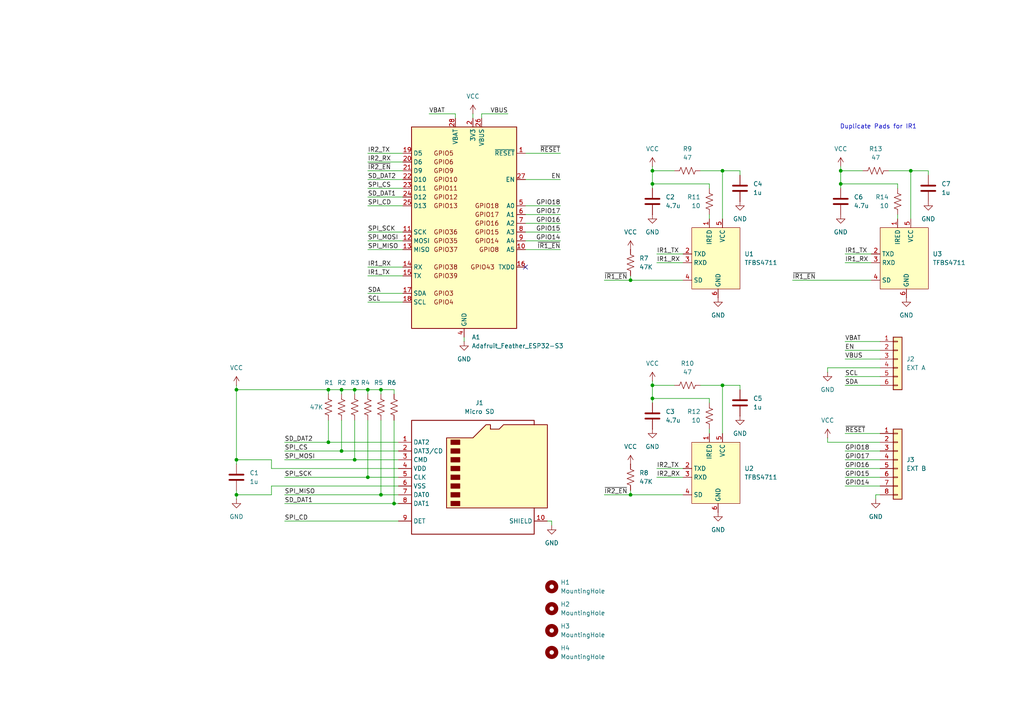
<source format=kicad_sch>
(kicad_sch (version 20231120) (generator "eeschema") (generator_version "8.0")
  (paper "A4")
  (lib_symbols
    (symbol "Connector:Micro_SD_Card_Det1"
      (property "Reference" "J" (at -16.51 17.78 0))
      (property "Value" "Micro_SD_Card_Det1" (at 16.51 17.78 0))
      (symbol "Micro_SD_Card_Det1_0_1"
        (rectangle (start -7.62 -6.985) (end -5.08 -8.255) (stroke (width 0.254)) (fill (type outline)))
        (rectangle (start -7.62 -4.445) (end -5.08 -5.715) (stroke (width 0.254)) (fill (type outline)))
        (rectangle (start -7.62 -1.905) (end -5.08 -3.175) (stroke (width 0.254)) (fill (type outline)))
        (rectangle (start -7.62 0.635) (end -5.08 -0.635) (stroke (width 0.254)) (fill (type outline)))
        (rectangle (start -7.62 3.175) (end -5.08 1.905) (stroke (width 0.254)) (fill (type outline)))
        (rectangle (start -7.62 5.715) (end -5.08 4.445) (stroke (width 0.254)) (fill (type outline)))
        (rectangle (start -7.62 8.255) (end -5.08 6.985) (stroke (width 0.254)) (fill (type outline)))
        (rectangle (start -7.62 10.795) (end -5.08 9.525) (stroke (width 0.254)) (fill (type outline)))
        (polyline (pts (xy 16.51 15.24) (xy 16.51 16.51) (xy -19.05 16.51) (xy -19.05 -16.51) (xy 16.51 -16.51) (xy 16.51 -8.89)) (stroke (width 0.254)))
        (polyline (pts (xy -8.89 -8.89) (xy -8.89 11.43) (xy -1.27 11.43) (xy 2.54 15.24) (xy 3.81 15.24) (xy 3.81 13.97) (xy 6.35 13.97) (xy 7.62 15.24) (xy 20.32 15.24) (xy 20.32 -8.89) (xy -8.89 -8.89)) (stroke (width 0.254)) (fill (type background)))
      )
      (symbol "Micro_SD_Card_Det1_1_1"
        (pin bidirectional line (at -22.86 10.16 0) (length 3.81) (name "DAT2") (number "1"))
        (pin passive line (at 20.32 -12.7 180) (length 3.81) (name "SHIELD") (number "10"))
        (pin bidirectional line (at -22.86 7.62 0) (length 3.81) (name "DAT3/CD") (number "2"))
        (pin input line (at -22.86 5.08 0) (length 3.81) (name "CMD") (number "3"))
        (pin power_in line (at -22.86 2.54 0) (length 3.81) (name "VDD") (number "4"))
        (pin input line (at -22.86 0 0) (length 3.81) (name "CLK") (number "5"))
        (pin power_in line (at -22.86 -2.54 0) (length 3.81) (name "VSS") (number "6"))
        (pin bidirectional line (at -22.86 -5.08 0) (length 3.81) (name "DAT0") (number "7"))
        (pin bidirectional line (at -22.86 -7.62 0) (length 3.81) (name "DAT1") (number "8"))
        (pin passive line (at -22.86 -12.7 0) (length 3.81) (name "DET") (number "9"))
      )
    )
    (symbol "Connector_Generic:Conn_01x06" (pin_names (offset 1.016) hide)
      (property "Reference" "J" (at 0 7.62 0))
      (property "Value" "Conn_01x06" (at 0 -10.16 0))
      (symbol "Conn_01x06_1_1"
        (rectangle (start -1.27 -7.493) (end 0 -7.747) (stroke (width 0.1524)))
        (rectangle (start -1.27 -4.953) (end 0 -5.207) (stroke (width 0.1524)))
        (rectangle (start -1.27 -2.413) (end 0 -2.667) (stroke (width 0.1524)))
        (rectangle (start -1.27 0.127) (end 0 -0.127) (stroke (width 0.1524)))
        (rectangle (start -1.27 2.667) (end 0 2.413) (stroke (width 0.1524)))
        (rectangle (start -1.27 5.207) (end 0 4.953) (stroke (width 0.1524)))
        (rectangle (start -1.27 6.35) (end 1.27 -8.89) (stroke (width 0.254)) (fill (type background)))
        (pin passive line (at -5.08 5.08 0) (length 3.81) (name "Pin_1") (number "1"))
        (pin passive line (at -5.08 2.54 0) (length 3.81) (name "Pin_2") (number "2"))
        (pin passive line (at -5.08 0 0) (length 3.81) (name "Pin_3") (number "3"))
        (pin passive line (at -5.08 -2.54 0) (length 3.81) (name "Pin_4") (number "4"))
        (pin passive line (at -5.08 -5.08 0) (length 3.81) (name "Pin_5") (number "5"))
        (pin passive line (at -5.08 -7.62 0) (length 3.81) (name "Pin_6") (number "6"))
      )
    )
    (symbol "Connector_Generic:Conn_01x08" (pin_names (offset 1.016) hide)
      (property "Reference" "J" (at 0 10.16 0))
      (property "Value" "Conn_01x08" (at 0 -12.7 0))
      (symbol "Conn_01x08_1_1"
        (rectangle (start -1.27 -10.033) (end 0 -10.287) (stroke (width 0.1524)))
        (rectangle (start -1.27 -7.493) (end 0 -7.747) (stroke (width 0.1524)))
        (rectangle (start -1.27 -4.953) (end 0 -5.207) (stroke (width 0.1524)))
        (rectangle (start -1.27 -2.413) (end 0 -2.667) (stroke (width 0.1524)))
        (rectangle (start -1.27 0.127) (end 0 -0.127) (stroke (width 0.1524)))
        (rectangle (start -1.27 2.667) (end 0 2.413) (stroke (width 0.1524)))
        (rectangle (start -1.27 5.207) (end 0 4.953) (stroke (width 0.1524)))
        (rectangle (start -1.27 7.747) (end 0 7.493) (stroke (width 0.1524)))
        (rectangle (start -1.27 8.89) (end 1.27 -11.43) (stroke (width 0.254)) (fill (type background)))
        (pin passive line (at -5.08 7.62 0) (length 3.81) (name "Pin_1") (number "1"))
        (pin passive line (at -5.08 5.08 0) (length 3.81) (name "Pin_2") (number "2"))
        (pin passive line (at -5.08 2.54 0) (length 3.81) (name "Pin_3") (number "3"))
        (pin passive line (at -5.08 0 0) (length 3.81) (name "Pin_4") (number "4"))
        (pin passive line (at -5.08 -2.54 0) (length 3.81) (name "Pin_5") (number "5"))
        (pin passive line (at -5.08 -5.08 0) (length 3.81) (name "Pin_6") (number "6"))
        (pin passive line (at -5.08 -7.62 0) (length 3.81) (name "Pin_7") (number "7"))
        (pin passive line (at -5.08 -10.16 0) (length 3.81) (name "Pin_8") (number "8"))
      )
    )
    (symbol "Device:C" (pin_numbers hide) (pin_names (offset 0.254))
      (property "Reference" "C" (at 0.635 2.54 0))
      (property "Value" "C" (at 0.635 -2.54 0))
      (symbol "C_0_1"
        (polyline (pts (xy -2.032 -0.762) (xy 2.032 -0.762)) (stroke (width 0.508)))
        (polyline (pts (xy -2.032 0.762) (xy 2.032 0.762)) (stroke (width 0.508)))
      )
      (symbol "C_1_1"
        (pin passive line (at 0 3.81 270) (length 2.794) (name "~") (number "1"))
        (pin passive line (at 0 -3.81 90) (length 2.794) (name "~") (number "2"))
      )
    )
    (symbol "Device:R_US" (pin_numbers hide) (pin_names (offset 0))
      (property "Reference" "R" (at 2.54 0 90))
      (property "Value" "R_US" (at -2.54 0 90))
      (symbol "R_US_0_1"
        (polyline (pts (xy 0 -2.286) (xy 0 -2.54)))
        (polyline (pts (xy 0 2.286) (xy 0 2.54)))
        (polyline (pts (xy 0 -0.762) (xy 1.016 -1.143) (xy 0 -1.524) (xy -1.016 -1.905) (xy 0 -2.286)))
        (polyline (pts (xy 0 0.762) (xy 1.016 0.381) (xy 0 0) (xy -1.016 -0.381) (xy 0 -0.762)))
        (polyline (pts (xy 0 2.286) (xy 1.016 1.905) (xy 0 1.524) (xy -1.016 1.143) (xy 0 0.762)))
      )
      (symbol "R_US_1_1"
        (pin passive line (at 0 3.81 270) (length 1.27) (name "~") (number "1"))
        (pin passive line (at 0 -3.81 90) (length 1.27) (name "~") (number "2"))
      )
    )
    (symbol "Mechanical:MountingHole" (pin_names (offset 1.016)) (exclude_from_sim yes) (in_bom no)
      (property "Reference" "H" (at 0 5.08 0))
      (property "Value" "MountingHole" (at 0 3.175 0))
      (symbol "MountingHole_0_1"
        (circle (center 0 0) (radius 1.27) (stroke (width 1.27)))
      )
    )
    (symbol "custom8:Adafruit_Feather_ESP32-S3"
      (property "Reference" "A" (at -15.24 29.21 0))
      (property "Value" "Adafruit_Feather_ESP32-S3" (at 2.54 -31.75 0))
      (symbol "Adafruit_Feather_ESP32-S3_0_1"
        (rectangle (start -15.24 27.94) (end 15.24 -30.48) (stroke (width 0.254)) (fill (type background)))
      )
      (symbol "Adafruit_Feather_ESP32-S3_1_1"
        (text "GPIO10" (at -8.89 12.7 0) (effects (font (size 1.27 1.27)) (justify left)))
        (text "GPIO11" (at -8.89 10.16 0) (effects (font (size 1.27 1.27)) (justify left)))
        (text "GPIO12" (at -8.89 7.62 0) (effects (font (size 1.27 1.27)) (justify left)))
        (text "GPIO13" (at -8.89 5.08 0) (effects (font (size 1.27 1.27)) (justify left)))
        (text "GPIO14" (at 10.16 -5.08 0) (effects (font (size 1.27 1.27)) (justify right)))
        (text "GPIO15" (at 10.16 -2.54 0) (effects (font (size 1.27 1.27)) (justify right)))
        (text "GPIO16" (at 10.16 0 0) (effects (font (size 1.27 1.27)) (justify right)))
        (text "GPIO17" (at 10.16 2.54 0) (effects (font (size 1.27 1.27)) (justify right)))
        (text "GPIO18" (at 10.16 5.08 0) (effects (font (size 1.27 1.27)) (justify right)))
        (text "GPIO3" (at -8.89 -20.32 0) (effects (font (size 1.27 1.27)) (justify left)))
        (text "GPIO35" (at -8.89 -5.08 0) (effects (font (size 1.27 1.27)) (justify left)))
        (text "GPIO36" (at -8.89 -2.54 0) (effects (font (size 1.27 1.27)) (justify left)))
        (text "GPIO37" (at -8.89 -7.62 0) (effects (font (size 1.27 1.27)) (justify left)))
        (text "GPIO38" (at -8.89 -12.7 0) (effects (font (size 1.27 1.27)) (justify left)))
        (text "GPIO39" (at -8.89 -15.24 0) (effects (font (size 1.27 1.27)) (justify left)))
        (text "GPIO4" (at -8.89 -22.86 0) (effects (font (size 1.27 1.27)) (justify left)))
        (text "GPIO43" (at 8.89 -12.7 0) (effects (font (size 1.27 1.27)) (justify right)))
        (text "GPIO5" (at -8.89 20.32 0) (effects (font (size 1.27 1.27)) (justify left)))
        (text "GPIO6" (at -8.89 17.78 0) (effects (font (size 1.27 1.27)) (justify left)))
        (text "GPIO8" (at 10.16 -7.62 0) (effects (font (size 1.27 1.27)) (justify right)))
        (text "GPIO9" (at -8.89 15.24 0) (effects (font (size 1.27 1.27)) (justify left)))
        (pin input line (at 17.78 20.32 180) (length 2.54) (name "~{RESET}") (number "1"))
        (pin bidirectional line (at 17.78 -7.62 180) (length 2.54) (name "A5") (number "10"))
        (pin bidirectional line (at -17.78 -2.54 0) (length 2.54) (name "SCK") (number "11"))
        (pin bidirectional line (at -17.78 -5.08 0) (length 2.54) (name "MOSI") (number "12"))
        (pin bidirectional line (at -17.78 -7.62 0) (length 2.54) (name "MISO") (number "13"))
        (pin bidirectional line (at -17.78 -12.7 0) (length 2.54) (name "RX") (number "14"))
        (pin bidirectional line (at -17.78 -15.24 0) (length 2.54) (name "TX") (number "15"))
        (pin output line (at 17.78 -12.7 180) (length 2.54) (name "TXD0") (number "16"))
        (pin bidirectional line (at -17.78 -20.32 0) (length 2.54) (name "SDA") (number "17"))
        (pin bidirectional line (at -17.78 -22.86 0) (length 2.54) (name "SCL") (number "18"))
        (pin bidirectional line (at -17.78 20.32 0) (length 2.54) (name "D5") (number "19"))
        (pin power_in line (at 2.54 30.48 270) (length 2.54) (name "3V3") (number "2"))
        (pin bidirectional line (at -17.78 17.78 0) (length 2.54) (name "D6") (number "20"))
        (pin bidirectional line (at -17.78 15.24 0) (length 2.54) (name "D9") (number "21"))
        (pin bidirectional line (at -17.78 12.7 0) (length 2.54) (name "D10") (number "22"))
        (pin bidirectional line (at -17.78 10.16 0) (length 2.54) (name "D11") (number "23"))
        (pin bidirectional line (at -17.78 7.62 0) (length 2.54) (name "D12") (number "24"))
        (pin bidirectional line (at -17.78 5.08 0) (length 2.54) (name "D13") (number "25"))
        (pin power_in line (at 5.08 30.48 270) (length 2.54) (name "VBUS") (number "26"))
        (pin input line (at 17.78 12.7 180) (length 2.54) (name "EN") (number "27"))
        (pin power_in line (at -2.54 30.48 270) (length 2.54) (name "VBAT") (number "28"))
        (pin power_in line (at 2.54 30.48 270) (length 2.54) hide (name "3V3") (number "3"))
        (pin power_in line (at 0 -33.02 90) (length 2.54) (name "GND") (number "4"))
        (pin bidirectional line (at 17.78 5.08 180) (length 2.54) (name "A0") (number "5"))
        (pin bidirectional line (at 17.78 2.54 180) (length 2.54) (name "A1") (number "6"))
        (pin bidirectional line (at 17.78 0 180) (length 2.54) (name "A2") (number "7"))
        (pin bidirectional line (at 17.78 -2.54 180) (length 2.54) (name "A3") (number "8"))
        (pin bidirectional line (at 17.78 -5.08 180) (length 2.54) (name "A4") (number "9"))
      )
    )
    (symbol "custom8:TFBS4711"
      (property "Reference" "U" (at 2.286 12.7 0))
      (property "Value" "TFBS4711" (at 2.54 10.414 0))
      (symbol "TFBS4711_1_1"
        (rectangle (start -7.62 8.89) (end 6.35 -8.89) (fill (type background)))
        (pin power_in line (at -2.54 11.43 270) (length 2.54) (name "IRED") (number "1"))
        (pin input line (at -10.16 1.27 0) (length 2.54) (name "TXD") (number "2"))
        (pin output line (at -10.16 -1.27 0) (length 2.54) (name "RXD") (number "3"))
        (pin input line (at -10.16 -6.35 0) (length 2.54) (name "SD") (number "4"))
        (pin power_in line (at 1.27 11.43 270) (length 2.54) (name "VCC") (number "5"))
        (pin power_in line (at 0 -11.43 90) (length 2.54) (name "GND") (number "6"))
      )
    )
    (symbol "power:GND" (power) (pin_numbers hide) (pin_names (offset 0) hide)
      (property "Value" "GND" (at 0 -3.81 0))
      (symbol "GND_0_1"
        (polyline (pts (xy 0 0) (xy 0 -1.27) (xy 1.27 -1.27) (xy 0 -2.54) (xy -1.27 -1.27) (xy 0 -1.27)))
      )
      (symbol "GND_1_1"
        (pin power_in line (at 0 0 270) (length 0) (name "~") (number "1"))
      )
    )
    (symbol "power:VCC" (power) (pin_numbers hide) (pin_names (offset 0) hide)
      (property "Value" "VCC" (at 0 3.556 0))
      (symbol "VCC_0_1"
        (polyline (pts (xy -0.762 1.27) (xy 0 2.54)))
        (polyline (pts (xy 0 0) (xy 0 2.54)))
        (polyline (pts (xy 0 2.54) (xy 0.762 1.27)))
      )
      (symbol "VCC_1_1"
        (pin power_in line (at 0 0 90) (length 0) (name "~") (number "1"))
      )
    )
  )
  (junction (at 68.58 113.03))
  (junction (at 102.87 133.35))
  (junction (at 102.87 113.03))
  (junction (at 243.84 49.53))
  (junction (at 68.58 143.51))
  (junction (at 95.25 128.27))
  (junction (at 182.88 81.28))
  (junction (at 110.49 113.03))
  (junction (at 189.23 115.57))
  (junction (at 243.84 53.34))
  (junction (at 209.55 111.76))
  (junction (at 99.06 130.81))
  (junction (at 264.16 49.53))
  (junction (at 106.68 138.43))
  (junction (at 68.58 133.35))
  (junction (at 209.55 49.53))
  (junction (at 189.23 111.76))
  (junction (at 114.3 146.05))
  (junction (at 95.25 113.03))
  (junction (at 189.23 49.53))
  (junction (at 182.88 143.51))
  (junction (at 99.06 113.03))
  (junction (at 110.49 143.51))
  (junction (at 189.23 53.34))
  (junction (at 106.68 113.03))
  (no_connect (at 152.4 77.47))
  (wire (pts (xy 78.74 140.97) (xy 115.57 140.97)))
  (wire (pts (xy 106.68 59.69) (xy 116.84 59.69)))
  (wire (pts (xy 255.27 133.35) (xy 245.11 133.35)))
  (wire (pts (xy 114.3 113.03) (xy 114.3 114.3)))
  (wire (pts (xy 264.16 63.5) (xy 264.16 49.53)))
  (wire (pts (xy 243.84 49.53) (xy 250.19 49.53)))
  (wire (pts (xy 209.55 125.73) (xy 209.55 111.76)))
  (wire (pts (xy 139.7 33.02) (xy 147.32 33.02)))
  (wire (pts (xy 255.27 138.43) (xy 245.11 138.43)))
  (wire (pts (xy 78.74 135.89) (xy 115.57 135.89)))
  (wire (pts (xy 243.84 53.34) (xy 260.35 53.34)))
  (wire (pts (xy 189.23 111.76) (xy 195.58 111.76)))
  (wire (pts (xy 106.68 72.39) (xy 116.84 72.39)))
  (wire (pts (xy 243.84 49.53) (xy 243.84 53.34)))
  (wire (pts (xy 68.58 133.35) (xy 78.74 133.35)))
  (wire (pts (xy 182.88 143.51) (xy 198.12 143.51)))
  (wire (pts (xy 240.03 128.27) (xy 255.27 128.27)))
  (wire (pts (xy 68.58 113.03) (xy 68.58 133.35)))
  (wire (pts (xy 139.7 34.29) (xy 139.7 33.02)))
  (wire (pts (xy 175.26 143.51) (xy 182.88 143.51)))
  (wire (pts (xy 152.4 64.77) (xy 162.56 64.77)))
  (wire (pts (xy 106.68 80.01) (xy 116.84 80.01)))
  (wire (pts (xy 160.02 152.4) (xy 160.02 151.13)))
  (wire (pts (xy 205.74 124.46) (xy 205.74 125.73)))
  (wire (pts (xy 182.88 142.24) (xy 182.88 143.51)))
  (wire (pts (xy 110.49 143.51) (xy 115.57 143.51)))
  (wire (pts (xy 190.5 76.2) (xy 198.12 76.2)))
  (wire (pts (xy 245.11 99.06) (xy 255.27 99.06)))
  (wire (pts (xy 260.35 62.23) (xy 260.35 63.5)))
  (wire (pts (xy 189.23 49.53) (xy 195.58 49.53)))
  (wire (pts (xy 99.06 130.81) (xy 115.57 130.81)))
  (wire (pts (xy 175.26 81.28) (xy 182.88 81.28)))
  (wire (pts (xy 152.4 62.23) (xy 162.56 62.23)))
  (wire (pts (xy 95.25 113.03) (xy 95.25 114.3)))
  (wire (pts (xy 102.87 113.03) (xy 106.68 113.03)))
  (wire (pts (xy 162.56 72.39) (xy 152.4 72.39)))
  (wire (pts (xy 82.55 146.05) (xy 114.3 146.05)))
  (wire (pts (xy 99.06 121.92) (xy 99.06 130.81)))
  (wire (pts (xy 106.68 113.03) (xy 110.49 113.03)))
  (wire (pts (xy 214.63 50.8) (xy 214.63 49.53)))
  (wire (pts (xy 106.68 52.07) (xy 116.84 52.07)))
  (wire (pts (xy 106.68 54.61) (xy 116.84 54.61)))
  (wire (pts (xy 205.74 53.34) (xy 205.74 54.61)))
  (wire (pts (xy 78.74 133.35) (xy 78.74 135.89)))
  (wire (pts (xy 106.68 113.03) (xy 106.68 114.3)))
  (wire (pts (xy 245.11 76.2) (xy 252.73 76.2)))
  (wire (pts (xy 68.58 143.51) (xy 78.74 143.51)))
  (wire (pts (xy 245.11 111.76) (xy 255.27 111.76)))
  (wire (pts (xy 106.68 85.09) (xy 116.84 85.09)))
  (wire (pts (xy 260.35 53.34) (xy 260.35 54.61)))
  (wire (pts (xy 106.68 77.47) (xy 116.84 77.47)))
  (wire (pts (xy 106.68 67.31) (xy 116.84 67.31)))
  (wire (pts (xy 106.68 69.85) (xy 116.84 69.85)))
  (wire (pts (xy 240.03 106.68) (xy 255.27 106.68)))
  (wire (pts (xy 189.23 53.34) (xy 205.74 53.34)))
  (wire (pts (xy 152.4 59.69) (xy 162.56 59.69)))
  (wire (pts (xy 243.84 54.61) (xy 243.84 53.34)))
  (wire (pts (xy 106.68 121.92) (xy 106.68 138.43)))
  (wire (pts (xy 269.24 50.8) (xy 269.24 49.53)))
  (wire (pts (xy 82.55 151.13) (xy 115.57 151.13)))
  (wire (pts (xy 137.16 33.02) (xy 137.16 34.29)))
  (wire (pts (xy 82.55 130.81) (xy 99.06 130.81)))
  (wire (pts (xy 245.11 109.22) (xy 255.27 109.22)))
  (wire (pts (xy 189.23 54.61) (xy 189.23 53.34)))
  (wire (pts (xy 110.49 113.03) (xy 114.3 113.03)))
  (wire (pts (xy 82.55 143.51) (xy 110.49 143.51)))
  (wire (pts (xy 106.68 46.99) (xy 116.84 46.99)))
  (wire (pts (xy 68.58 133.35) (xy 68.58 134.62)))
  (wire (pts (xy 160.02 151.13) (xy 158.75 151.13)))
  (wire (pts (xy 240.03 107.95) (xy 240.03 106.68)))
  (wire (pts (xy 205.74 62.23) (xy 205.74 63.5)))
  (wire (pts (xy 182.88 80.01) (xy 182.88 81.28)))
  (wire (pts (xy 152.4 69.85) (xy 162.56 69.85)))
  (wire (pts (xy 95.25 113.03) (xy 99.06 113.03)))
  (wire (pts (xy 189.23 115.57) (xy 205.74 115.57)))
  (wire (pts (xy 254 144.78) (xy 254 143.51)))
  (wire (pts (xy 203.2 111.76) (xy 209.55 111.76)))
  (wire (pts (xy 254 143.51) (xy 255.27 143.51)))
  (wire (pts (xy 68.58 143.51) (xy 68.58 144.78)))
  (wire (pts (xy 240.03 127) (xy 240.03 128.27)))
  (wire (pts (xy 95.25 128.27) (xy 115.57 128.27)))
  (wire (pts (xy 152.4 52.07) (xy 162.56 52.07)))
  (wire (pts (xy 189.23 49.53) (xy 189.23 53.34)))
  (wire (pts (xy 78.74 140.97) (xy 78.74 143.51)))
  (wire (pts (xy 106.68 87.63) (xy 116.84 87.63)))
  (wire (pts (xy 189.23 110.49) (xy 189.23 111.76)))
  (wire (pts (xy 124.46 33.02) (xy 132.08 33.02)))
  (wire (pts (xy 255.27 130.81) (xy 245.11 130.81)))
  (wire (pts (xy 214.63 111.76) (xy 209.55 111.76)))
  (wire (pts (xy 106.68 49.53) (xy 116.84 49.53)))
  (wire (pts (xy 106.68 57.15) (xy 116.84 57.15)))
  (wire (pts (xy 99.06 113.03) (xy 102.87 113.03)))
  (wire (pts (xy 255.27 140.97) (xy 245.11 140.97)))
  (wire (pts (xy 134.62 97.79) (xy 134.62 99.06)))
  (wire (pts (xy 95.25 121.92) (xy 95.25 128.27)))
  (wire (pts (xy 114.3 146.05) (xy 115.57 146.05)))
  (wire (pts (xy 257.81 49.53) (xy 264.16 49.53)))
  (wire (pts (xy 189.23 111.76) (xy 189.23 115.57)))
  (wire (pts (xy 214.63 49.53) (xy 209.55 49.53)))
  (wire (pts (xy 132.08 33.02) (xy 132.08 34.29)))
  (wire (pts (xy 102.87 121.92) (xy 102.87 133.35)))
  (wire (pts (xy 82.55 133.35) (xy 102.87 133.35)))
  (wire (pts (xy 209.55 63.5) (xy 209.55 49.53)))
  (wire (pts (xy 255.27 135.89) (xy 245.11 135.89)))
  (wire (pts (xy 110.49 113.03) (xy 110.49 114.3)))
  (wire (pts (xy 269.24 49.53) (xy 264.16 49.53)))
  (wire (pts (xy 190.5 138.43) (xy 198.12 138.43)))
  (wire (pts (xy 68.58 111.76) (xy 68.58 113.03)))
  (wire (pts (xy 205.74 115.57) (xy 205.74 116.84)))
  (wire (pts (xy 190.5 135.89) (xy 198.12 135.89)))
  (wire (pts (xy 68.58 113.03) (xy 95.25 113.03)))
  (wire (pts (xy 245.11 104.14) (xy 255.27 104.14)))
  (wire (pts (xy 189.23 116.84) (xy 189.23 115.57)))
  (wire (pts (xy 106.68 44.45) (xy 116.84 44.45)))
  (wire (pts (xy 189.23 48.26) (xy 189.23 49.53)))
  (wire (pts (xy 245.11 125.73) (xy 255.27 125.73)))
  (wire (pts (xy 245.11 73.66) (xy 252.73 73.66)))
  (wire (pts (xy 102.87 113.03) (xy 102.87 114.3)))
  (wire (pts (xy 106.68 138.43) (xy 115.57 138.43)))
  (wire (pts (xy 99.06 113.03) (xy 99.06 114.3)))
  (wire (pts (xy 152.4 67.31) (xy 162.56 67.31)))
  (wire (pts (xy 243.84 48.26) (xy 243.84 49.53)))
  (wire (pts (xy 214.63 113.03) (xy 214.63 111.76)))
  (wire (pts (xy 245.11 101.6) (xy 255.27 101.6)))
  (wire (pts (xy 114.3 121.92) (xy 114.3 146.05)))
  (wire (pts (xy 82.55 128.27) (xy 95.25 128.27)))
  (wire (pts (xy 190.5 73.66) (xy 198.12 73.66)))
  (wire (pts (xy 102.87 133.35) (xy 115.57 133.35)))
  (wire (pts (xy 110.49 121.92) (xy 110.49 143.51)))
  (wire (pts (xy 152.4 44.45) (xy 162.56 44.45)))
  (wire (pts (xy 229.87 81.28) (xy 252.73 81.28)))
  (wire (pts (xy 82.55 138.43) (xy 106.68 138.43)))
  (wire (pts (xy 182.88 81.28) (xy 198.12 81.28)))
  (wire (pts (xy 203.2 49.53) (xy 209.55 49.53)))
  (wire (pts (xy 68.58 143.51) (xy 68.58 142.24)))
  (text "Duplicate Pads for IR1" (at 254.762 36.83 0) (effects (font (size 1.27 1.27))))
  (label "IR2_TX" (at 190.5 135.89 0))
  (label "SD_DAT1" (at 82.55 146.05 0))
  (label "EN" (at 245.11 101.6 0))
  (label "SCL" (at 245.11 109.22 0))
  (label "IR1_TX" (at 106.68 80.01 0))
  (label "IR1_RX" (at 106.68 77.47 0))
  (label "IR1_RX" (at 190.5 76.2 0))
  (label "SPI_CS" (at 106.68 54.61 0))
  (label "GPIO15" (at 245.11 138.43 0))
  (label "SDA" (at 245.11 111.76 0))
  (label "SD_DAT1" (at 106.68 57.15 0))
  (label "GPIO17" (at 162.56 62.23 180))
  (label "SCL" (at 106.68 87.63 0))
  (label "SD_DAT2" (at 106.68 52.07 0))
  (label "GPIO14" (at 245.11 140.97 0))
  (label "GPIO14" (at 162.56 69.85 180))
  (label "VBAT" (at 245.11 99.06 0))
  (label "GPIO15" (at 162.56 67.31 180))
  (label "GPIO18" (at 162.56 59.69 180))
  (label "SPI_SCK" (at 82.55 138.43 0))
  (label "GPIO18" (at 245.11 130.81 0))
  (label "~{RESET}" (at 245.11 125.73 0))
  (label "GPIO16" (at 162.56 64.77 180))
  (label "IR2_TX" (at 106.68 44.45 0))
  (label "VBUS" (at 147.32 33.02 180))
  (label "SPI_CD" (at 82.55 151.13 0))
  (label "~{RESET}" (at 162.56 44.45 180))
  (label "GPIO17" (at 245.11 133.35 0))
  (label "~{IR2_EN}" (at 106.68 49.53 0))
  (label "SD_DAT2" (at 82.55 128.27 0))
  (label "IR2_RX" (at 106.68 46.99 0))
  (label "SPI_CS" (at 82.55 130.81 0))
  (label "IR1_TX" (at 190.5 73.66 0))
  (label "SPI_CD" (at 106.68 59.69 0))
  (label "SPI_MISO" (at 82.55 143.51 0))
  (label "~{IR1_EN}" (at 229.87 81.28 0))
  (label "GPIO16" (at 245.11 135.89 0))
  (label "~{IR1_EN}" (at 162.56 72.39 180))
  (label "IR1_TX" (at 245.11 73.66 0))
  (label "SPI_SCK" (at 106.68 67.31 0))
  (label "VBUS" (at 245.11 104.14 0))
  (label "IR2_RX" (at 190.5 138.43 0))
  (label "SPI_MISO" (at 106.68 72.39 0))
  (label "VBAT" (at 124.46 33.02 0))
  (label "EN" (at 162.56 52.07 180))
  (label "SPI_MOSI" (at 106.68 69.85 0))
  (label "SDA" (at 106.68 85.09 0))
  (label "SPI_MOSI" (at 82.55 133.35 0))
  (label "IR1_RX" (at 245.11 76.2 0))
  (label "~{IR1_EN}" (at 175.26 81.28 0))
  (label "~{IR2_EN}" (at 175.26 143.51 0))
  (symbol (lib_id "Device:C") (at 68.58 138.43 0) (unit 1)
    (property "Reference" "C1" (at 72.39 137.1599 0) (effects (justify left)))
    (property "Value" "1u" (at 72.39 139.6999 0) (effects (justify left)))
    (property "Footprint" "Capacitor_SMD:C_0805_2012Metric_Pad1.18x1.45mm_HandSolder" (effects (hide yes)))
    (property "Description" "Unpolarized capacitor" (effects (hide yes)))
  )
  (symbol (lib_id "Mechanical:MountingHole") (at 160.02 182.88 0) (unit 1) (exclude_from_sim yes) (in_bom no)
    (property "Reference" "H3" (at 162.56 181.6099 0) (effects (justify left)))
    (property "Value" "MountingHole" (at 162.56 184.1499 0) (effects (justify left)))
    (property "Footprint" "MountingHole:MountingHole_2.7mm_M2.5" (effects (hide yes)))
    (property "Description" "Mounting Hole without connection" (effects (hide yes)))
  )
  (symbol (lib_id "power:VCC") (at 182.88 134.62 0) (unit 1)
    (property "Reference" "#PWR07" (effects (hide yes)))
    (property "Value" "VCC" (at 182.88 129.54 0))
    (property "Description" "Power symbol creates a global label with name \"VCC\"" (effects (hide yes)))
  )
  (symbol (lib_id "power:GND") (at 189.23 124.46 0) (unit 1)
    (property "Reference" "#PWR011" (effects (hide yes)))
    (property "Value" "GND" (at 189.23 129.54 0))
    (property "Description" "Power symbol creates a global label with name \"GND\" , ground" (effects (hide yes)))
  )
  (symbol (lib_id "Device:R_US") (at 254 49.53 90) (unit 1)
    (property "Reference" "R13" (at 254 43.18 90))
    (property "Value" "47" (at 254 45.72 90))
    (property "Footprint" "Resistor_SMD:R_0805_2012Metric_Pad1.20x1.40mm_HandSolder" (effects (hide yes)))
    (property "Description" "Resistor, US symbol" (effects (hide yes)))
  )
  (symbol (lib_id "Device:R_US") (at 114.3 118.11 0) (unit 1)
    (property "Reference" "R6" (at 112.268 110.998 0) (effects (justify left)))
    (property "Value" "47K" (effects (hide yes)))
    (property "Footprint" "Resistor_SMD:R_0805_2012Metric_Pad1.20x1.40mm_HandSolder" (effects (hide yes)))
    (property "Description" "Resistor, US symbol" (effects (hide yes)))
  )
  (symbol (lib_id "Mechanical:MountingHole") (at 160.02 170.18 0) (unit 1) (exclude_from_sim yes) (in_bom no)
    (property "Reference" "H1" (at 162.56 168.9099 0) (effects (justify left)))
    (property "Value" "MountingHole" (at 162.56 171.4499 0) (effects (justify left)))
    (property "Footprint" "MountingHole:MountingHole_2.7mm_M2.5" (effects (hide yes)))
    (property "Description" "Mounting Hole without connection" (effects (hide yes)))
  )
  (symbol (lib_id "Connector_Generic:Conn_01x08") (at 260.35 133.35 0) (unit 1)
    (property "Reference" "J3" (at 262.89 133.3499 0) (effects (justify left)))
    (property "Value" "EXT B" (at 262.89 135.8899 0) (effects (justify left)))
    (property "Footprint" "Connector_PinHeader_2.54mm:PinHeader_1x08_P2.54mm_Vertical" (effects (hide yes)))
    (property "Description" "Generic connector, single row, 01x08, script generated (kicad-library-utils/schlib/autogen/connector/)" (effects (hide yes)))
  )
  (symbol (lib_id "Connector:Micro_SD_Card_Det1") (at 138.43 138.43 0) (unit 1)
    (property "Reference" "J1" (at 139.065 116.84 0))
    (property "Value" "Micro SD" (at 139.065 119.38 0))
    (property "Footprint" "custom8:MSD-4-A" (effects (hide yes)))
    (property "Datasheet" "https://www.mouser.com/datasheet/2/1628/msd_4_a-3510387.pdf" (effects (hide yes)))
    (property "Description" "Micro SD Card Socket with one card detection pin" (effects (hide yes)))
  )
  (symbol (lib_id "power:GND") (at 214.63 120.65 0) (unit 1)
    (property "Reference" "#PWR015" (effects (hide yes)))
    (property "Value" "GND" (at 214.63 125.73 0))
    (property "Description" "Power symbol creates a global label with name \"GND\" , ground" (effects (hide yes)))
  )
  (symbol (lib_id "Device:R_US") (at 110.49 118.11 0) (unit 1)
    (property "Reference" "R5" (at 108.458 110.998 0) (effects (justify left)))
    (property "Value" "47K" (effects (hide yes)))
    (property "Footprint" "Resistor_SMD:R_0805_2012Metric_Pad1.20x1.40mm_HandSolder" (effects (hide yes)))
    (property "Description" "Resistor, US symbol" (effects (hide yes)))
  )
  (symbol (lib_id "power:GND") (at 208.28 86.36 0) (unit 1)
    (property "Reference" "#PWR012" (effects (hide yes)))
    (property "Value" "GND" (at 208.28 91.44 0))
    (property "Description" "Power symbol creates a global label with name \"GND\" , ground" (effects (hide yes)))
  )
  (symbol (lib_id "custom8:TFBS4711") (at 208.28 137.16 0) (unit 1)
    (property "Reference" "U2" (at 215.9 135.8899 0) (effects (justify left)))
    (property "Value" "TFBS4711" (at 215.9 138.4299 0) (effects (justify left)))
    (property "Footprint" "custom8:TFBS4711" (effects (hide yes)))
  )
  (symbol (lib_id "Device:C") (at 189.23 58.42 0) (unit 1)
    (property "Reference" "C2" (at 193.04 57.1499 0) (effects (justify left)))
    (property "Value" "4.7u" (at 193.04 59.6899 0) (effects (justify left)))
    (property "Footprint" "Capacitor_SMD:C_0805_2012Metric_Pad1.18x1.45mm_HandSolder" (effects (hide yes)))
    (property "Description" "Unpolarized capacitor" (effects (hide yes)))
  )
  (symbol (lib_id "Device:C") (at 214.63 116.84 0) (unit 1)
    (property "Reference" "C5" (at 218.44 115.5699 0) (effects (justify left)))
    (property "Value" "1u" (at 218.44 118.1099 0) (effects (justify left)))
    (property "Footprint" "Capacitor_SMD:C_0805_2012Metric_Pad1.18x1.45mm_HandSolder" (effects (hide yes)))
    (property "Description" "Unpolarized capacitor" (effects (hide yes)))
  )
  (symbol (lib_id "power:GND") (at 214.63 58.42 0) (unit 1)
    (property "Reference" "#PWR014" (effects (hide yes)))
    (property "Value" "GND" (at 214.63 63.5 0))
    (property "Description" "Power symbol creates a global label with name \"GND\" , ground" (effects (hide yes)))
  )
  (symbol (lib_id "power:GND") (at 243.84 62.23 0) (unit 1)
    (property "Reference" "#PWR019" (effects (hide yes)))
    (property "Value" "GND" (at 243.84 67.31 0))
    (property "Description" "Power symbol creates a global label with name \"GND\" , ground" (effects (hide yes)))
  )
  (symbol (lib_id "power:GND") (at 208.28 148.59 0) (unit 1)
    (property "Reference" "#PWR013" (effects (hide yes)))
    (property "Value" "GND" (at 208.28 153.67 0))
    (property "Description" "Power symbol creates a global label with name \"GND\" , ground" (effects (hide yes)))
  )
  (symbol (lib_id "power:GND") (at 189.23 62.23 0) (unit 1)
    (property "Reference" "#PWR09" (effects (hide yes)))
    (property "Value" "GND" (at 189.23 67.31 0))
    (property "Description" "Power symbol creates a global label with name \"GND\" , ground" (effects (hide yes)))
  )
  (symbol (lib_id "power:VCC") (at 68.58 111.76 0) (unit 1)
    (property "Reference" "#PWR01" (effects (hide yes)))
    (property "Value" "VCC" (at 68.58 106.68 0))
    (property "Description" "Power symbol creates a global label with name \"VCC\"" (effects (hide yes)))
  )
  (symbol (lib_id "power:GND") (at 134.62 99.06 0) (unit 1)
    (property "Reference" "#PWR03" (effects (hide yes)))
    (property "Value" "GND" (at 134.62 104.14 0))
    (property "Description" "Power symbol creates a global label with name \"GND\" , ground" (effects (hide yes)))
  )
  (symbol (lib_id "Connector_Generic:Conn_01x06") (at 260.35 104.14 0) (unit 1)
    (property "Reference" "J2" (at 262.89 104.1399 0) (effects (justify left)))
    (property "Value" "EXT A" (at 262.89 106.6799 0) (effects (justify left)))
    (property "Footprint" "Connector_PinHeader_2.54mm:PinHeader_1x06_P2.54mm_Vertical" (effects (hide yes)))
    (property "Description" "Generic connector, single row, 01x06, script generated (kicad-library-utils/schlib/autogen/connector/)" (effects (hide yes)))
  )
  (symbol (lib_id "custom8:TFBS4711") (at 208.28 74.93 0) (unit 1)
    (property "Reference" "U1" (at 215.9 73.6599 0) (effects (justify left)))
    (property "Value" "TFBS4711" (at 215.9 76.1999 0) (effects (justify left)))
    (property "Footprint" "custom8:TFBS4711" (effects (hide yes)))
  )
  (symbol (lib_id "Device:R_US") (at 182.88 138.43 0) (unit 1)
    (property "Reference" "R8" (at 185.42 137.1599 0) (effects (justify left)))
    (property "Value" "47K" (at 185.42 139.6999 0) (effects (justify left)))
    (property "Footprint" "Resistor_SMD:R_0805_2012Metric_Pad1.20x1.40mm_HandSolder" (effects (hide yes)))
    (property "Description" "Resistor, US symbol" (effects (hide yes)))
  )
  (symbol (lib_id "power:GND") (at 262.89 86.36 0) (unit 1)
    (property "Reference" "#PWR021" (effects (hide yes)))
    (property "Value" "GND" (at 262.89 91.44 0))
    (property "Description" "Power symbol creates a global label with name \"GND\" , ground" (effects (hide yes)))
  )
  (symbol (lib_id "Device:R_US") (at 199.39 49.53 90) (unit 1)
    (property "Reference" "R9" (at 199.39 43.18 90))
    (property "Value" "47" (at 199.39 45.72 90))
    (property "Footprint" "Resistor_SMD:R_0805_2012Metric_Pad1.20x1.40mm_HandSolder" (effects (hide yes)))
    (property "Description" "Resistor, US symbol" (effects (hide yes)))
  )
  (symbol (lib_id "Device:C") (at 214.63 54.61 0) (unit 1)
    (property "Reference" "C4" (at 218.44 53.3399 0) (effects (justify left)))
    (property "Value" "1u" (at 218.44 55.8799 0) (effects (justify left)))
    (property "Footprint" "Capacitor_SMD:C_0805_2012Metric_Pad1.18x1.45mm_HandSolder" (effects (hide yes)))
    (property "Description" "Unpolarized capacitor" (effects (hide yes)))
  )
  (symbol (lib_id "Mechanical:MountingHole") (at 160.02 189.23 0) (unit 1) (exclude_from_sim yes) (in_bom no)
    (property "Reference" "H4" (at 162.56 187.9599 0) (effects (justify left)))
    (property "Value" "MountingHole" (at 162.56 190.4999 0) (effects (justify left)))
    (property "Footprint" "MountingHole:MountingHole_2.7mm_M2.5" (effects (hide yes)))
    (property "Description" "Mounting Hole without connection" (effects (hide yes)))
  )
  (symbol (lib_id "Device:R_US") (at 99.06 118.11 0) (unit 1)
    (property "Reference" "R2" (at 97.79 110.998 0) (effects (justify left)))
    (property "Value" "47K" (effects (hide yes)))
    (property "Footprint" "Resistor_SMD:R_0805_2012Metric_Pad1.20x1.40mm_HandSolder" (effects (hide yes)))
    (property "Description" "Resistor, US symbol" (effects (hide yes)))
  )
  (symbol (lib_id "power:VCC") (at 240.03 127 0) (unit 1)
    (property "Reference" "#PWR017" (effects (hide yes)))
    (property "Value" "VCC" (at 240.03 121.92 0))
    (property "Description" "Power symbol creates a global label with name \"VCC\"" (effects (hide yes)))
  )
  (symbol (lib_id "power:VCC") (at 189.23 48.26 0) (unit 1)
    (property "Reference" "#PWR08" (effects (hide yes)))
    (property "Value" "VCC" (at 189.23 43.18 0))
    (property "Description" "Power symbol creates a global label with name \"VCC\"" (effects (hide yes)))
  )
  (symbol (lib_id "power:GND") (at 254 144.78 0) (unit 1)
    (property "Reference" "#PWR020" (effects (hide yes)))
    (property "Value" "GND" (at 254 149.86 0))
    (property "Description" "Power symbol creates a global label with name \"GND\" , ground" (effects (hide yes)))
  )
  (symbol (lib_id "Device:R_US") (at 106.68 118.11 0) (unit 1)
    (property "Reference" "R4" (at 104.648 110.998 0) (effects (justify left)))
    (property "Value" "47K" (effects (hide yes)))
    (property "Footprint" "Resistor_SMD:R_0805_2012Metric_Pad1.20x1.40mm_HandSolder" (effects (hide yes)))
    (property "Description" "Resistor, US symbol" (effects (hide yes)))
  )
  (symbol (lib_id "Device:R_US") (at 205.74 120.65 0) (unit 1)
    (property "Reference" "R12" (at 203.2 119.3799 0) (effects (justify right)))
    (property "Value" "10" (at 203.2 121.9199 0) (effects (justify right)))
    (property "Footprint" "Resistor_SMD:R_0805_2012Metric_Pad1.20x1.40mm_HandSolder" (effects (hide yes)))
    (property "Description" "Resistor, US symbol" (effects (hide yes)))
  )
  (symbol (lib_id "custom8:TFBS4711") (at 262.89 74.93 0) (unit 1)
    (property "Reference" "U3" (at 270.51 73.6599 0) (effects (justify left)))
    (property "Value" "TFBS4711" (at 270.51 76.1999 0) (effects (justify left)))
    (property "Footprint" "custom8:TFBS4711" (effects (hide yes)))
  )
  (symbol (lib_id "Device:R_US") (at 260.35 58.42 0) (unit 1)
    (property "Reference" "R14" (at 257.81 57.1499 0) (effects (justify right)))
    (property "Value" "10" (at 257.81 59.6899 0) (effects (justify right)))
    (property "Footprint" "Resistor_SMD:R_0805_2012Metric_Pad1.20x1.40mm_HandSolder" (effects (hide yes)))
    (property "Description" "Resistor, US symbol" (effects (hide yes)))
  )
  (symbol (lib_id "Device:R_US") (at 205.74 58.42 0) (unit 1)
    (property "Reference" "R11" (at 203.2 57.1499 0) (effects (justify right)))
    (property "Value" "10" (at 203.2 59.6899 0) (effects (justify right)))
    (property "Footprint" "Resistor_SMD:R_0805_2012Metric_Pad1.20x1.40mm_HandSolder" (effects (hide yes)))
    (property "Description" "Resistor, US symbol" (effects (hide yes)))
  )
  (symbol (lib_id "power:GND") (at 269.24 58.42 0) (unit 1)
    (property "Reference" "#PWR022" (effects (hide yes)))
    (property "Value" "GND" (at 269.24 63.5 0))
    (property "Description" "Power symbol creates a global label with name \"GND\" , ground" (effects (hide yes)))
  )
  (symbol (lib_id "power:VCC") (at 182.88 72.39 0) (unit 1)
    (property "Reference" "#PWR06" (effects (hide yes)))
    (property "Value" "VCC" (at 182.88 67.31 0))
    (property "Description" "Power symbol creates a global label with name \"VCC\"" (effects (hide yes)))
  )
  (symbol (lib_id "Device:R_US") (at 182.88 76.2 0) (unit 1)
    (property "Reference" "R7" (at 185.42 74.9299 0) (effects (justify left)))
    (property "Value" "47K" (at 185.42 77.4699 0) (effects (justify left)))
    (property "Footprint" "Resistor_SMD:R_0805_2012Metric_Pad1.20x1.40mm_HandSolder" (effects (hide yes)))
    (property "Description" "Resistor, US symbol" (effects (hide yes)))
  )
  (symbol (lib_id "power:GND") (at 68.58 144.78 0) (unit 1)
    (property "Reference" "#PWR02" (effects (hide yes)))
    (property "Value" "GND" (at 68.58 149.86 0))
    (property "Description" "Power symbol creates a global label with name \"GND\" , ground" (effects (hide yes)))
  )
  (symbol (lib_id "power:VCC") (at 137.16 33.02 0) (unit 1)
    (property "Reference" "#PWR04" (effects (hide yes)))
    (property "Value" "VCC" (at 137.16 27.94 0))
    (property "Description" "Power symbol creates a global label with name \"VCC\"" (effects (hide yes)))
  )
  (symbol (lib_id "power:GND") (at 240.03 107.95 0) (unit 1)
    (property "Reference" "#PWR016" (effects (hide yes)))
    (property "Value" "GND" (at 240.03 113.03 0))
    (property "Description" "Power symbol creates a global label with name \"GND\" , ground" (effects (hide yes)))
  )
  (symbol (lib_id "power:VCC") (at 189.23 110.49 0) (unit 1)
    (property "Reference" "#PWR010" (effects (hide yes)))
    (property "Value" "VCC" (at 189.23 105.41 0))
    (property "Description" "Power symbol creates a global label with name \"VCC\"" (effects (hide yes)))
  )
  (symbol (lib_id "Mechanical:MountingHole") (at 160.02 176.53 0) (unit 1) (exclude_from_sim yes) (in_bom no)
    (property "Reference" "H2" (at 162.56 175.2599 0) (effects (justify left)))
    (property "Value" "MountingHole" (at 162.56 177.7999 0) (effects (justify left)))
    (property "Footprint" "MountingHole:MountingHole_2.7mm_M2.5" (effects (hide yes)))
    (property "Description" "Mounting Hole without connection" (effects (hide yes)))
  )
  (symbol (lib_id "Device:R_US") (at 199.39 111.76 90) (unit 1)
    (property "Reference" "R10" (at 199.39 105.41 90))
    (property "Value" "47" (at 199.39 107.95 90))
    (property "Footprint" "Resistor_SMD:R_0805_2012Metric_Pad1.20x1.40mm_HandSolder" (effects (hide yes)))
    (property "Description" "Resistor, US symbol" (effects (hide yes)))
  )
  (symbol (lib_id "Device:C") (at 189.23 120.65 0) (unit 1)
    (property "Reference" "C3" (at 193.04 119.3799 0) (effects (justify left)))
    (property "Value" "4.7u" (at 193.04 121.9199 0) (effects (justify left)))
    (property "Footprint" "Capacitor_SMD:C_0805_2012Metric_Pad1.18x1.45mm_HandSolder" (effects (hide yes)))
    (property "Description" "Unpolarized capacitor" (effects (hide yes)))
  )
  (symbol (lib_id "Device:C") (at 243.84 58.42 0) (unit 1)
    (property "Reference" "C6" (at 247.65 57.1499 0) (effects (justify left)))
    (property "Value" "4.7u" (at 247.65 59.6899 0) (effects (justify left)))
    (property "Footprint" "Capacitor_SMD:C_0805_2012Metric_Pad1.18x1.45mm_HandSolder" (effects (hide yes)))
    (property "Description" "Unpolarized capacitor" (effects (hide yes)))
  )
  (symbol (lib_id "Device:R_US") (at 95.25 118.11 0) (unit 1)
    (property "Reference" "R1" (at 96.774 110.998 0) (effects (justify right)))
    (property "Value" "47K" (at 93.726 118.11 0) (effects (justify right)))
    (property "Footprint" "Resistor_SMD:R_0805_2012Metric_Pad1.20x1.40mm_HandSolder" (effects (hide yes)))
    (property "Description" "Resistor, US symbol" (effects (hide yes)))
  )
  (symbol (lib_id "Device:R_US") (at 102.87 118.11 0) (unit 1)
    (property "Reference" "R3" (at 101.6 110.998 0) (effects (justify left)))
    (property "Value" "47K" (effects (hide yes)))
    (property "Footprint" "Resistor_SMD:R_0805_2012Metric_Pad1.20x1.40mm_HandSolder" (effects (hide yes)))
    (property "Description" "Resistor, US symbol" (effects (hide yes)))
  )
  (symbol (lib_id "custom8:Adafruit_Feather_ESP32-S3") (at 134.62 64.77 0) (unit 1)
    (property "Reference" "A1" (at 136.8141 97.79 0) (effects (justify left)))
    (property "Value" "Adafruit_Feather_ESP32-S3" (at 136.8141 100.33 0) (effects (justify left)))
    (property "Footprint" "Module:Adafruit_Feather" (effects (hide yes)))
    (property "Datasheet" "https://cdn-learn.adafruit.com/downloads/pdf/adafruit-feather.pdf" (effects (hide yes)))
    (property "Description" "ESP32-S3 Microcontroller dev board" (effects (hide yes)))
  )
  (symbol (lib_id "power:GND") (at 160.02 152.4 0) (unit 1)
    (property "Reference" "#PWR05" (effects (hide yes)))
    (property "Value" "GND" (at 160.02 157.48 0))
    (property "Description" "Power symbol creates a global label with name \"GND\" , ground" (effects (hide yes)))
  )
  (symbol (lib_id "Device:C") (at 269.24 54.61 0) (unit 1)
    (property "Reference" "C7" (at 273.05 53.3399 0) (effects (justify left)))
    (property "Value" "1u" (at 273.05 55.8799 0) (effects (justify left)))
    (property "Footprint" "Capacitor_SMD:C_0805_2012Metric_Pad1.18x1.45mm_HandSolder" (effects (hide yes)))
    (property "Description" "Unpolarized capacitor" (effects (hide yes)))
  )
  (symbol (lib_id "power:VCC") (at 243.84 48.26 0) (unit 1)
    (property "Reference" "#PWR018" (effects (hide yes)))
    (property "Value" "VCC" (at 243.84 43.18 0))
    (property "Description" "Power symbol creates a global label with name \"VCC\"" (effects (hide yes)))
  )
)
</source>
